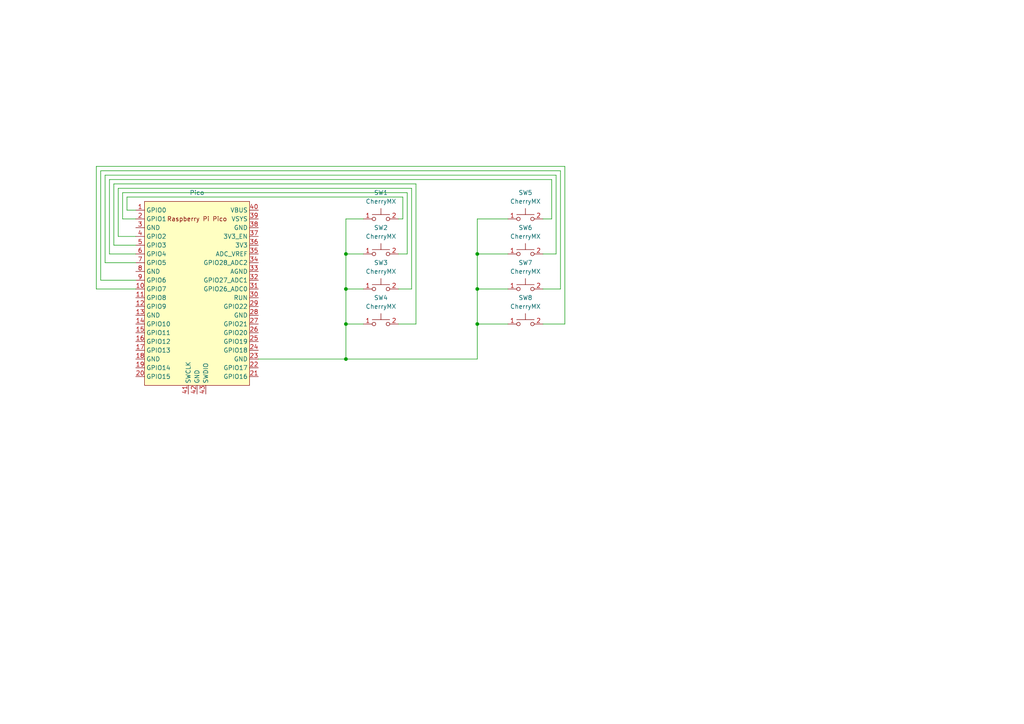
<source format=kicad_sch>
(kicad_sch (version 20230121) (generator eeschema)

  (uuid f8408049-e62b-4f10-9aec-5db8da8cf7d0)

  (paper "A4")

  (lib_symbols
    (symbol "Cherry MX:CherryMX" (pin_names (offset 0.254)) (in_bom yes) (on_board yes)
      (property "Reference" "SW" (at 2.54 3.175 0)
        (effects (font (size 1.27 1.27)))
      )
      (property "Value" "CherryMX" (at 0 -1.905 0)
        (effects (font (size 1.27 1.27)))
      )
      (property "Footprint" "" (at 0 0.635 0)
        (effects (font (size 1.27 1.27)) hide)
      )
      (property "Datasheet" "" (at 0 0.635 0)
        (effects (font (size 1.27 1.27)) hide)
      )
      (symbol "CherryMX_1_1"
        (circle (center -2.032 0) (radius 0.508)
          (stroke (width 0) (type solid))
          (fill (type none))
        )
        (polyline
          (pts
            (xy 0 1.27)
            (xy 0 3.048)
          )
          (stroke (width 0) (type solid))
          (fill (type none))
        )
        (polyline
          (pts
            (xy 2.54 1.27)
            (xy -2.54 1.27)
          )
          (stroke (width 0) (type solid))
          (fill (type none))
        )
        (circle (center 2.032 0) (radius 0.508)
          (stroke (width 0) (type solid))
          (fill (type none))
        )
        (pin passive line (at -5.08 0 0) (length 2.54)
          (name "~" (effects (font (size 1.27 1.27))))
          (number "1" (effects (font (size 1.27 1.27))))
        )
        (pin passive line (at 5.08 0 180) (length 2.54)
          (name "~" (effects (font (size 1.27 1.27))))
          (number "2" (effects (font (size 1.27 1.27))))
        )
      )
    )
    (symbol "Pi Pico:Pico" (in_bom yes) (on_board yes)
      (property "Reference" "U" (at -13.97 27.94 0)
        (effects (font (size 1.27 1.27)))
      )
      (property "Value" "Pico" (at 0 19.05 0)
        (effects (font (size 1.27 1.27)))
      )
      (property "Footprint" "RPi_Pico:RPi_Pico_SMD_TH" (at 0 0 90)
        (effects (font (size 1.27 1.27)) hide)
      )
      (property "Datasheet" "" (at 0 0 0)
        (effects (font (size 1.27 1.27)) hide)
      )
      (symbol "Pico_0_0"
        (text "Raspberry Pi Pico" (at 0 21.59 0)
          (effects (font (size 1.27 1.27)))
        )
      )
      (symbol "Pico_0_1"
        (rectangle (start -15.24 26.67) (end 15.24 -26.67)
          (stroke (width 0) (type default))
          (fill (type background))
        )
      )
      (symbol "Pico_1_1"
        (pin bidirectional line (at -17.78 24.13 0) (length 2.54)
          (name "GPIO0" (effects (font (size 1.27 1.27))))
          (number "1" (effects (font (size 1.27 1.27))))
        )
        (pin bidirectional line (at -17.78 1.27 0) (length 2.54)
          (name "GPIO7" (effects (font (size 1.27 1.27))))
          (number "10" (effects (font (size 1.27 1.27))))
        )
        (pin bidirectional line (at -17.78 -1.27 0) (length 2.54)
          (name "GPIO8" (effects (font (size 1.27 1.27))))
          (number "11" (effects (font (size 1.27 1.27))))
        )
        (pin bidirectional line (at -17.78 -3.81 0) (length 2.54)
          (name "GPIO9" (effects (font (size 1.27 1.27))))
          (number "12" (effects (font (size 1.27 1.27))))
        )
        (pin power_in line (at -17.78 -6.35 0) (length 2.54)
          (name "GND" (effects (font (size 1.27 1.27))))
          (number "13" (effects (font (size 1.27 1.27))))
        )
        (pin bidirectional line (at -17.78 -8.89 0) (length 2.54)
          (name "GPIO10" (effects (font (size 1.27 1.27))))
          (number "14" (effects (font (size 1.27 1.27))))
        )
        (pin bidirectional line (at -17.78 -11.43 0) (length 2.54)
          (name "GPIO11" (effects (font (size 1.27 1.27))))
          (number "15" (effects (font (size 1.27 1.27))))
        )
        (pin bidirectional line (at -17.78 -13.97 0) (length 2.54)
          (name "GPIO12" (effects (font (size 1.27 1.27))))
          (number "16" (effects (font (size 1.27 1.27))))
        )
        (pin bidirectional line (at -17.78 -16.51 0) (length 2.54)
          (name "GPIO13" (effects (font (size 1.27 1.27))))
          (number "17" (effects (font (size 1.27 1.27))))
        )
        (pin power_in line (at -17.78 -19.05 0) (length 2.54)
          (name "GND" (effects (font (size 1.27 1.27))))
          (number "18" (effects (font (size 1.27 1.27))))
        )
        (pin bidirectional line (at -17.78 -21.59 0) (length 2.54)
          (name "GPIO14" (effects (font (size 1.27 1.27))))
          (number "19" (effects (font (size 1.27 1.27))))
        )
        (pin bidirectional line (at -17.78 21.59 0) (length 2.54)
          (name "GPIO1" (effects (font (size 1.27 1.27))))
          (number "2" (effects (font (size 1.27 1.27))))
        )
        (pin bidirectional line (at -17.78 -24.13 0) (length 2.54)
          (name "GPIO15" (effects (font (size 1.27 1.27))))
          (number "20" (effects (font (size 1.27 1.27))))
        )
        (pin bidirectional line (at 17.78 -24.13 180) (length 2.54)
          (name "GPIO16" (effects (font (size 1.27 1.27))))
          (number "21" (effects (font (size 1.27 1.27))))
        )
        (pin bidirectional line (at 17.78 -21.59 180) (length 2.54)
          (name "GPIO17" (effects (font (size 1.27 1.27))))
          (number "22" (effects (font (size 1.27 1.27))))
        )
        (pin power_in line (at 17.78 -19.05 180) (length 2.54)
          (name "GND" (effects (font (size 1.27 1.27))))
          (number "23" (effects (font (size 1.27 1.27))))
        )
        (pin bidirectional line (at 17.78 -16.51 180) (length 2.54)
          (name "GPIO18" (effects (font (size 1.27 1.27))))
          (number "24" (effects (font (size 1.27 1.27))))
        )
        (pin bidirectional line (at 17.78 -13.97 180) (length 2.54)
          (name "GPIO19" (effects (font (size 1.27 1.27))))
          (number "25" (effects (font (size 1.27 1.27))))
        )
        (pin bidirectional line (at 17.78 -11.43 180) (length 2.54)
          (name "GPIO20" (effects (font (size 1.27 1.27))))
          (number "26" (effects (font (size 1.27 1.27))))
        )
        (pin bidirectional line (at 17.78 -8.89 180) (length 2.54)
          (name "GPIO21" (effects (font (size 1.27 1.27))))
          (number "27" (effects (font (size 1.27 1.27))))
        )
        (pin power_in line (at 17.78 -6.35 180) (length 2.54)
          (name "GND" (effects (font (size 1.27 1.27))))
          (number "28" (effects (font (size 1.27 1.27))))
        )
        (pin bidirectional line (at 17.78 -3.81 180) (length 2.54)
          (name "GPIO22" (effects (font (size 1.27 1.27))))
          (number "29" (effects (font (size 1.27 1.27))))
        )
        (pin power_in line (at -17.78 19.05 0) (length 2.54)
          (name "GND" (effects (font (size 1.27 1.27))))
          (number "3" (effects (font (size 1.27 1.27))))
        )
        (pin input line (at 17.78 -1.27 180) (length 2.54)
          (name "RUN" (effects (font (size 1.27 1.27))))
          (number "30" (effects (font (size 1.27 1.27))))
        )
        (pin bidirectional line (at 17.78 1.27 180) (length 2.54)
          (name "GPIO26_ADC0" (effects (font (size 1.27 1.27))))
          (number "31" (effects (font (size 1.27 1.27))))
        )
        (pin bidirectional line (at 17.78 3.81 180) (length 2.54)
          (name "GPIO27_ADC1" (effects (font (size 1.27 1.27))))
          (number "32" (effects (font (size 1.27 1.27))))
        )
        (pin power_in line (at 17.78 6.35 180) (length 2.54)
          (name "AGND" (effects (font (size 1.27 1.27))))
          (number "33" (effects (font (size 1.27 1.27))))
        )
        (pin bidirectional line (at 17.78 8.89 180) (length 2.54)
          (name "GPIO28_ADC2" (effects (font (size 1.27 1.27))))
          (number "34" (effects (font (size 1.27 1.27))))
        )
        (pin power_in line (at 17.78 11.43 180) (length 2.54)
          (name "ADC_VREF" (effects (font (size 1.27 1.27))))
          (number "35" (effects (font (size 1.27 1.27))))
        )
        (pin power_in line (at 17.78 13.97 180) (length 2.54)
          (name "3V3" (effects (font (size 1.27 1.27))))
          (number "36" (effects (font (size 1.27 1.27))))
        )
        (pin input line (at 17.78 16.51 180) (length 2.54)
          (name "3V3_EN" (effects (font (size 1.27 1.27))))
          (number "37" (effects (font (size 1.27 1.27))))
        )
        (pin bidirectional line (at 17.78 19.05 180) (length 2.54)
          (name "GND" (effects (font (size 1.27 1.27))))
          (number "38" (effects (font (size 1.27 1.27))))
        )
        (pin power_in line (at 17.78 21.59 180) (length 2.54)
          (name "VSYS" (effects (font (size 1.27 1.27))))
          (number "39" (effects (font (size 1.27 1.27))))
        )
        (pin bidirectional line (at -17.78 16.51 0) (length 2.54)
          (name "GPIO2" (effects (font (size 1.27 1.27))))
          (number "4" (effects (font (size 1.27 1.27))))
        )
        (pin power_in line (at 17.78 24.13 180) (length 2.54)
          (name "VBUS" (effects (font (size 1.27 1.27))))
          (number "40" (effects (font (size 1.27 1.27))))
        )
        (pin input line (at -2.54 -29.21 90) (length 2.54)
          (name "SWCLK" (effects (font (size 1.27 1.27))))
          (number "41" (effects (font (size 1.27 1.27))))
        )
        (pin power_in line (at 0 -29.21 90) (length 2.54)
          (name "GND" (effects (font (size 1.27 1.27))))
          (number "42" (effects (font (size 1.27 1.27))))
        )
        (pin bidirectional line (at 2.54 -29.21 90) (length 2.54)
          (name "SWDIO" (effects (font (size 1.27 1.27))))
          (number "43" (effects (font (size 1.27 1.27))))
        )
        (pin bidirectional line (at -17.78 13.97 0) (length 2.54)
          (name "GPIO3" (effects (font (size 1.27 1.27))))
          (number "5" (effects (font (size 1.27 1.27))))
        )
        (pin bidirectional line (at -17.78 11.43 0) (length 2.54)
          (name "GPIO4" (effects (font (size 1.27 1.27))))
          (number "6" (effects (font (size 1.27 1.27))))
        )
        (pin bidirectional line (at -17.78 8.89 0) (length 2.54)
          (name "GPIO5" (effects (font (size 1.27 1.27))))
          (number "7" (effects (font (size 1.27 1.27))))
        )
        (pin power_in line (at -17.78 6.35 0) (length 2.54)
          (name "GND" (effects (font (size 1.27 1.27))))
          (number "8" (effects (font (size 1.27 1.27))))
        )
        (pin bidirectional line (at -17.78 3.81 0) (length 2.54)
          (name "GPIO6" (effects (font (size 1.27 1.27))))
          (number "9" (effects (font (size 1.27 1.27))))
        )
      )
    )
  )

  (junction (at 100.33 83.82) (diameter 0) (color 0 0 0 0)
    (uuid 39053eb4-5d39-431f-8c0c-c9493fffa8a4)
  )
  (junction (at 138.43 93.98) (diameter 0) (color 0 0 0 0)
    (uuid 5aff0afc-1431-49a8-9748-c2baaedac06a)
  )
  (junction (at 138.43 73.66) (diameter 0) (color 0 0 0 0)
    (uuid 731d824f-3fc1-47ff-aa16-451b9afcfe5b)
  )
  (junction (at 100.33 104.14) (diameter 0) (color 0 0 0 0)
    (uuid 8bdd4995-9dd2-4293-8763-be0d8ecbc95d)
  )
  (junction (at 100.33 93.98) (diameter 0) (color 0 0 0 0)
    (uuid a1c27f63-9465-4b06-bc76-e037e994badb)
  )
  (junction (at 138.43 83.82) (diameter 0) (color 0 0 0 0)
    (uuid adeb2bc0-3ff3-42cf-8501-6145b8f16154)
  )
  (junction (at 100.33 73.66) (diameter 0) (color 0 0 0 0)
    (uuid d3e532f5-8d64-40f4-9bd4-32c5e57ff12e)
  )

  (wire (pts (xy 119.38 54.61) (xy 34.29 54.61))
    (stroke (width 0) (type default))
    (uuid 01cb08e4-6c97-4bd3-91a2-1155cf00f82a)
  )
  (wire (pts (xy 100.33 83.82) (xy 105.41 83.82))
    (stroke (width 0) (type default))
    (uuid 0fa66f17-4932-464f-b753-27d644a47161)
  )
  (wire (pts (xy 116.84 63.5) (xy 116.84 57.15))
    (stroke (width 0) (type default))
    (uuid 11445a69-1b0d-4395-b4bd-7f44d8e9f1a0)
  )
  (wire (pts (xy 105.41 63.5) (xy 100.33 63.5))
    (stroke (width 0) (type default))
    (uuid 11e60553-b411-4938-bdab-240dff9e6025)
  )
  (wire (pts (xy 100.33 93.98) (xy 100.33 104.14))
    (stroke (width 0) (type default))
    (uuid 197c3881-c0ae-40e4-ae1f-26d6c02aac46)
  )
  (wire (pts (xy 100.33 104.14) (xy 138.43 104.14))
    (stroke (width 0) (type default))
    (uuid 1bcbb4d8-6cac-4b98-bff3-adf896fc3d4a)
  )
  (wire (pts (xy 100.33 63.5) (xy 100.33 73.66))
    (stroke (width 0) (type default))
    (uuid 1e360a29-ab97-453c-b9a6-4f46ff2ff1ca)
  )
  (wire (pts (xy 27.94 48.26) (xy 163.83 48.26))
    (stroke (width 0) (type default))
    (uuid 2899b58f-391e-4f57-9144-546deed4cb06)
  )
  (wire (pts (xy 138.43 104.14) (xy 138.43 93.98))
    (stroke (width 0) (type default))
    (uuid 2f78b261-6ee8-4cb7-b1b5-c66da1df9df7)
  )
  (wire (pts (xy 31.75 52.07) (xy 31.75 73.66))
    (stroke (width 0) (type default))
    (uuid 2f7acde9-35e0-47ab-9f2f-57ae29a529ce)
  )
  (wire (pts (xy 35.56 63.5) (xy 39.37 63.5))
    (stroke (width 0) (type default))
    (uuid 2ffdf334-886d-4843-9802-2cc891226929)
  )
  (wire (pts (xy 36.83 60.96) (xy 39.37 60.96))
    (stroke (width 0) (type default))
    (uuid 400fb9c0-8faa-4e5c-91f5-fd1ce00878bf)
  )
  (wire (pts (xy 36.83 57.15) (xy 36.83 60.96))
    (stroke (width 0) (type default))
    (uuid 413272df-df41-49af-8c82-42a8f5d96c8c)
  )
  (wire (pts (xy 162.56 83.82) (xy 162.56 49.53))
    (stroke (width 0) (type default))
    (uuid 432371b1-0beb-4c2b-b4cd-56076de6e3cb)
  )
  (wire (pts (xy 115.57 83.82) (xy 119.38 83.82))
    (stroke (width 0) (type default))
    (uuid 451c9e3e-5ec7-4e28-9162-ed8ed4f1b8b9)
  )
  (wire (pts (xy 163.83 93.98) (xy 157.48 93.98))
    (stroke (width 0) (type default))
    (uuid 455de099-f569-4915-bf5d-75b138b472d2)
  )
  (wire (pts (xy 29.21 81.28) (xy 39.37 81.28))
    (stroke (width 0) (type default))
    (uuid 4cf43fcb-3eeb-4c4a-9d85-b3eee400f077)
  )
  (wire (pts (xy 160.02 63.5) (xy 160.02 52.07))
    (stroke (width 0) (type default))
    (uuid 5007779e-ec4a-4dbf-92dc-48a5063dbbbe)
  )
  (wire (pts (xy 34.29 68.58) (xy 39.37 68.58))
    (stroke (width 0) (type default))
    (uuid 587a568a-458b-4c13-936e-7271063dee3a)
  )
  (wire (pts (xy 100.33 93.98) (xy 105.41 93.98))
    (stroke (width 0) (type default))
    (uuid 589c04aa-83c7-4c8b-a3cf-fa033516b546)
  )
  (wire (pts (xy 27.94 83.82) (xy 27.94 48.26))
    (stroke (width 0) (type default))
    (uuid 5be50f5f-dcd6-46ae-9ff2-0ca8e54cda49)
  )
  (wire (pts (xy 119.38 83.82) (xy 119.38 54.61))
    (stroke (width 0) (type default))
    (uuid 6347892e-7d2a-431a-aa57-7fc7e04ad027)
  )
  (wire (pts (xy 120.65 53.34) (xy 33.02 53.34))
    (stroke (width 0) (type default))
    (uuid 747490e6-8457-4f30-8a0a-7ec8e74e480f)
  )
  (wire (pts (xy 120.65 93.98) (xy 120.65 53.34))
    (stroke (width 0) (type default))
    (uuid 7990ac95-3a96-4f8f-81bb-c1bd5ab127e4)
  )
  (wire (pts (xy 34.29 54.61) (xy 34.29 68.58))
    (stroke (width 0) (type default))
    (uuid 7cf19cca-cbba-46d9-be53-cad18bb9e3ab)
  )
  (wire (pts (xy 31.75 73.66) (xy 39.37 73.66))
    (stroke (width 0) (type default))
    (uuid 7d8aa278-7449-45d2-9986-4a8a0d117571)
  )
  (wire (pts (xy 160.02 52.07) (xy 31.75 52.07))
    (stroke (width 0) (type default))
    (uuid 8382795b-60f4-4d42-b626-7b8b84b785b0)
  )
  (wire (pts (xy 138.43 63.5) (xy 147.32 63.5))
    (stroke (width 0) (type default))
    (uuid 86bb8900-9095-404f-98a4-c4c56f4648f3)
  )
  (wire (pts (xy 30.48 76.2) (xy 39.37 76.2))
    (stroke (width 0) (type default))
    (uuid 8b0e4cba-a084-42c4-b087-a864599e3410)
  )
  (wire (pts (xy 100.33 83.82) (xy 100.33 93.98))
    (stroke (width 0) (type default))
    (uuid 93bec6a9-d6be-401b-bc61-eabc6d304b8e)
  )
  (wire (pts (xy 163.83 48.26) (xy 163.83 93.98))
    (stroke (width 0) (type default))
    (uuid 99e5173d-1d41-4252-9b88-d19522653afa)
  )
  (wire (pts (xy 74.93 104.14) (xy 100.33 104.14))
    (stroke (width 0) (type default))
    (uuid a45c8540-4f84-4788-badb-777f5f44569e)
  )
  (wire (pts (xy 157.48 83.82) (xy 162.56 83.82))
    (stroke (width 0) (type default))
    (uuid a564c7b9-a868-4341-ad34-a9feef029b6e)
  )
  (wire (pts (xy 115.57 73.66) (xy 118.11 73.66))
    (stroke (width 0) (type default))
    (uuid ac32104d-0cb5-4b7b-8927-04caf892d9f1)
  )
  (wire (pts (xy 39.37 83.82) (xy 27.94 83.82))
    (stroke (width 0) (type default))
    (uuid ae245310-58ca-4bc0-a4ed-a47e2785923e)
  )
  (wire (pts (xy 35.56 55.88) (xy 35.56 63.5))
    (stroke (width 0) (type default))
    (uuid b0990ac6-be46-4fa8-b922-a0cfdbd4f85f)
  )
  (wire (pts (xy 100.33 73.66) (xy 105.41 73.66))
    (stroke (width 0) (type default))
    (uuid b3098e34-00c3-432a-9f23-026b77087b9f)
  )
  (wire (pts (xy 138.43 73.66) (xy 147.32 73.66))
    (stroke (width 0) (type default))
    (uuid b6af5587-cb7e-4af3-aeb5-d1294fca5214)
  )
  (wire (pts (xy 118.11 55.88) (xy 118.11 73.66))
    (stroke (width 0) (type default))
    (uuid b7184fbb-7ac5-4d08-8663-454cf12ff92c)
  )
  (wire (pts (xy 100.33 73.66) (xy 100.33 83.82))
    (stroke (width 0) (type default))
    (uuid b84209f3-8ce9-4adb-a18b-ff290bb686a2)
  )
  (wire (pts (xy 115.57 63.5) (xy 116.84 63.5))
    (stroke (width 0) (type default))
    (uuid b8ed98fc-f6fe-461e-9ebf-088a942f8684)
  )
  (wire (pts (xy 138.43 93.98) (xy 147.32 93.98))
    (stroke (width 0) (type default))
    (uuid bae3c1d8-f396-4ad7-8c35-f84f606600b0)
  )
  (wire (pts (xy 157.48 73.66) (xy 161.29 73.66))
    (stroke (width 0) (type default))
    (uuid bfa0094f-0f23-4a29-b5ac-afe26b155d6d)
  )
  (wire (pts (xy 33.02 71.12) (xy 39.37 71.12))
    (stroke (width 0) (type default))
    (uuid c1bc0492-068c-44e9-9d2b-f41572454845)
  )
  (wire (pts (xy 161.29 73.66) (xy 161.29 50.8))
    (stroke (width 0) (type default))
    (uuid c3e9e206-11b3-4cc7-8a8a-d55e17ae8abe)
  )
  (wire (pts (xy 138.43 83.82) (xy 138.43 73.66))
    (stroke (width 0) (type default))
    (uuid c8cd32fa-f39e-46b0-9faf-af96a8e076d0)
  )
  (wire (pts (xy 138.43 73.66) (xy 138.43 63.5))
    (stroke (width 0) (type default))
    (uuid ca0fc7ca-9801-4dfa-a34c-1e2000693ed1)
  )
  (wire (pts (xy 161.29 50.8) (xy 30.48 50.8))
    (stroke (width 0) (type default))
    (uuid ca4f9d45-b67f-465f-9e70-c6425426ea56)
  )
  (wire (pts (xy 33.02 53.34) (xy 33.02 71.12))
    (stroke (width 0) (type default))
    (uuid cd854a1f-c534-4497-970b-9a8945d88934)
  )
  (wire (pts (xy 116.84 57.15) (xy 36.83 57.15))
    (stroke (width 0) (type default))
    (uuid d24e03ce-27a6-45a7-8f14-5eb6c853d125)
  )
  (wire (pts (xy 115.57 93.98) (xy 120.65 93.98))
    (stroke (width 0) (type default))
    (uuid d84beb9a-f71e-4fb6-9f41-a2eb3e200769)
  )
  (wire (pts (xy 30.48 50.8) (xy 30.48 76.2))
    (stroke (width 0) (type default))
    (uuid deed5992-057f-4e51-85d9-4144069bdd30)
  )
  (wire (pts (xy 138.43 83.82) (xy 147.32 83.82))
    (stroke (width 0) (type default))
    (uuid e2b22c76-7a03-45b9-b269-f247b3bbb8c1)
  )
  (wire (pts (xy 118.11 55.88) (xy 35.56 55.88))
    (stroke (width 0) (type default))
    (uuid e8237fef-597f-49c1-92a5-8e7289f94908)
  )
  (wire (pts (xy 162.56 49.53) (xy 29.21 49.53))
    (stroke (width 0) (type default))
    (uuid f0ffdcdf-efb8-4ba5-bc74-a8a810edc065)
  )
  (wire (pts (xy 157.48 63.5) (xy 160.02 63.5))
    (stroke (width 0) (type default))
    (uuid fc243d54-5f0e-40cb-86b9-1029b05bd549)
  )
  (wire (pts (xy 138.43 93.98) (xy 138.43 83.82))
    (stroke (width 0) (type default))
    (uuid fd16656b-1d20-4473-841d-e242f0699a73)
  )
  (wire (pts (xy 29.21 49.53) (xy 29.21 81.28))
    (stroke (width 0) (type default))
    (uuid fe14de23-ec48-4c30-9807-5f048229e83f)
  )

  (symbol (lib_id "Cherry MX:CherryMX") (at 152.4 83.82 0) (unit 1)
    (in_bom yes) (on_board yes) (dnp no) (fields_autoplaced)
    (uuid 145b81ae-5418-4117-8d7f-38840fa7663c)
    (property "Reference" "SW7" (at 152.4 76.2 0)
      (effects (font (size 1.27 1.27)))
    )
    (property "Value" "CherryMX" (at 152.4 78.74 0)
      (effects (font (size 1.27 1.27)))
    )
    (property "Footprint" "PCM_Switch_Keyboard_Cherry_MX:SW_Cherry_MX_PCB" (at 152.4 83.185 0)
      (effects (font (size 1.27 1.27)) hide)
    )
    (property "Datasheet" "" (at 152.4 83.185 0)
      (effects (font (size 1.27 1.27)) hide)
    )
    (pin "1" (uuid 6572c120-4d2a-4d20-9cc0-728050f36529))
    (pin "2" (uuid c6de26cc-b7bd-4566-9578-47f836ddd431))
    (instances
      (project "Pico-Powered Keyboard"
        (path "/f8408049-e62b-4f10-9aec-5db8da8cf7d0"
          (reference "SW7") (unit 1)
        )
      )
    )
  )

  (symbol (lib_id "Cherry MX:CherryMX") (at 152.4 63.5 0) (unit 1)
    (in_bom yes) (on_board yes) (dnp no) (fields_autoplaced)
    (uuid 27c86224-87c3-4e04-9828-17e648eb7e42)
    (property "Reference" "SW5" (at 152.4 55.88 0)
      (effects (font (size 1.27 1.27)))
    )
    (property "Value" "CherryMX" (at 152.4 58.42 0)
      (effects (font (size 1.27 1.27)))
    )
    (property "Footprint" "PCM_Switch_Keyboard_Cherry_MX:SW_Cherry_MX_PCB" (at 152.4 62.865 0)
      (effects (font (size 1.27 1.27)) hide)
    )
    (property "Datasheet" "" (at 152.4 62.865 0)
      (effects (font (size 1.27 1.27)) hide)
    )
    (pin "1" (uuid aff68cce-1cc0-482c-8701-2184778c4d68))
    (pin "2" (uuid c0840a26-fe16-43c4-a054-5c9bf5a94c3c))
    (instances
      (project "Pico-Powered Keyboard"
        (path "/f8408049-e62b-4f10-9aec-5db8da8cf7d0"
          (reference "SW5") (unit 1)
        )
      )
    )
  )

  (symbol (lib_id "Cherry MX:CherryMX") (at 110.49 73.66 0) (unit 1)
    (in_bom yes) (on_board yes) (dnp no) (fields_autoplaced)
    (uuid 28ec30ce-8d5b-494e-92b3-b02e152feffe)
    (property "Reference" "SW2" (at 110.49 66.04 0)
      (effects (font (size 1.27 1.27)))
    )
    (property "Value" "CherryMX" (at 110.49 68.58 0)
      (effects (font (size 1.27 1.27)))
    )
    (property "Footprint" "PCM_Switch_Keyboard_Cherry_MX:SW_Cherry_MX_PCB" (at 110.49 73.025 0)
      (effects (font (size 1.27 1.27)) hide)
    )
    (property "Datasheet" "" (at 110.49 73.025 0)
      (effects (font (size 1.27 1.27)) hide)
    )
    (pin "1" (uuid 1719e46f-6507-4319-83d6-5c25b49ada39))
    (pin "2" (uuid 810876d0-68de-47de-8591-c3e1e6c929a8))
    (instances
      (project "Pico-Powered Keyboard"
        (path "/f8408049-e62b-4f10-9aec-5db8da8cf7d0"
          (reference "SW2") (unit 1)
        )
      )
    )
  )

  (symbol (lib_id "Cherry MX:CherryMX") (at 110.49 83.82 0) (unit 1)
    (in_bom yes) (on_board yes) (dnp no) (fields_autoplaced)
    (uuid 4aadb42e-a3d0-403e-b80d-7861007b573b)
    (property "Reference" "SW3" (at 110.49 76.2 0)
      (effects (font (size 1.27 1.27)))
    )
    (property "Value" "CherryMX" (at 110.49 78.74 0)
      (effects (font (size 1.27 1.27)))
    )
    (property "Footprint" "PCM_Switch_Keyboard_Cherry_MX:SW_Cherry_MX_PCB" (at 110.49 83.185 0)
      (effects (font (size 1.27 1.27)) hide)
    )
    (property "Datasheet" "" (at 110.49 83.185 0)
      (effects (font (size 1.27 1.27)) hide)
    )
    (pin "1" (uuid d5c2dc7a-865f-419c-8d61-0dfc6a60f412))
    (pin "2" (uuid 90bc4363-b2e1-4e9a-86cb-35691a65b32f))
    (instances
      (project "Pico-Powered Keyboard"
        (path "/f8408049-e62b-4f10-9aec-5db8da8cf7d0"
          (reference "SW3") (unit 1)
        )
      )
    )
  )

  (symbol (lib_id "Cherry MX:CherryMX") (at 152.4 93.98 0) (unit 1)
    (in_bom yes) (on_board yes) (dnp no) (fields_autoplaced)
    (uuid 5916601a-900b-46c7-9530-b355eb150700)
    (property "Reference" "SW8" (at 152.4 86.36 0)
      (effects (font (size 1.27 1.27)))
    )
    (property "Value" "CherryMX" (at 152.4 88.9 0)
      (effects (font (size 1.27 1.27)))
    )
    (property "Footprint" "PCM_Switch_Keyboard_Cherry_MX:SW_Cherry_MX_PCB" (at 152.4 93.345 0)
      (effects (font (size 1.27 1.27)) hide)
    )
    (property "Datasheet" "" (at 152.4 93.345 0)
      (effects (font (size 1.27 1.27)) hide)
    )
    (pin "1" (uuid 87d5ec3a-102b-4d17-9d7c-e2df2aab0edf))
    (pin "2" (uuid 3a39e950-d28b-4402-a222-70591eda36d5))
    (instances
      (project "Pico-Powered Keyboard"
        (path "/f8408049-e62b-4f10-9aec-5db8da8cf7d0"
          (reference "SW8") (unit 1)
        )
      )
    )
  )

  (symbol (lib_id "Pi Pico:Pico") (at 57.15 85.09 0) (unit 1)
    (in_bom yes) (on_board yes) (dnp no) (fields_autoplaced)
    (uuid 5df64ee6-1ebf-4f38-b47b-3971241887f7)
    (property "Reference" "U2" (at 57.15 53.34 0)
      (effects (font (size 1.27 1.27)) hide)
    )
    (property "Value" "Pico" (at 57.15 55.88 0)
      (effects (font (size 1.27 1.27)))
    )
    (property "Footprint" "MCU_RaspberryPi_and_Boards:RPi_Pico_SMD_TH" (at 57.15 85.09 90)
      (effects (font (size 1.27 1.27)) hide)
    )
    (property "Datasheet" "" (at 57.15 85.09 0)
      (effects (font (size 1.27 1.27)) hide)
    )
    (pin "1" (uuid 65861d18-a717-4029-a752-3a9001f0e154))
    (pin "10" (uuid 65d7f551-2b4a-49dd-8e37-4159a5aa0f23))
    (pin "11" (uuid b4aa5f55-d4e7-4ba3-a56f-cf73675c5318))
    (pin "12" (uuid c2d5b243-2dc0-4164-9778-52fc7b7f24eb))
    (pin "13" (uuid 7230a0f5-0754-4f4a-9457-fa06a664153e))
    (pin "14" (uuid 92445d8f-50ba-44e0-b1fb-13596d57d1ad))
    (pin "15" (uuid 51905e6c-6b75-43ec-9a8c-e0b43290d53d))
    (pin "16" (uuid a67568ff-a516-48ab-b5e5-545a533ae156))
    (pin "17" (uuid 88742076-18a5-4a35-8c71-c658e3b81415))
    (pin "18" (uuid 78f31273-e3ae-47ea-a352-301fb23363e3))
    (pin "19" (uuid cd03e9f1-7b90-4dc2-9247-a3b4aee15b17))
    (pin "2" (uuid ad9d9dfe-332c-4a13-befb-30769feab296))
    (pin "20" (uuid adfabe35-d004-4daf-87b6-4ee9c7bdd849))
    (pin "21" (uuid 6eab23de-759f-4b9d-8cab-146f5863738b))
    (pin "22" (uuid db2a0c7a-262d-41db-8cc7-39d5f6a21c6f))
    (pin "23" (uuid 096bdcc1-224b-4a9f-89dd-68372d325853))
    (pin "24" (uuid 6ec2de90-21d2-4e94-83e9-9cf51af8f633))
    (pin "25" (uuid df06fbfc-6b89-4c35-b2e2-f89f3678e666))
    (pin "26" (uuid 5a0baae0-7d5e-44c5-86c8-f14b5dcc59f0))
    (pin "27" (uuid b2dcdbda-04d4-4827-b0ae-efc9176b7b24))
    (pin "28" (uuid 50e89a00-70c3-4455-a813-d0b073b546fb))
    (pin "29" (uuid 842a11cb-cd35-436b-96a8-c6674d6f3a4b))
    (pin "3" (uuid b5bf9e24-577d-4c58-930c-65efeb73b1fa))
    (pin "30" (uuid 7ec20165-1377-4264-9ef9-37d07e0a5fce))
    (pin "31" (uuid 606a1ea6-0e32-480f-b6d7-44d4bb955692))
    (pin "32" (uuid 9c95c141-04fb-4f16-9d7a-8dbfec2320e3))
    (pin "33" (uuid 35d55ad3-2ce0-4848-bb1c-0b141ce11fab))
    (pin "34" (uuid 0efadc6a-99ed-49f8-9015-d540c4f181c6))
    (pin "35" (uuid 9256b053-6543-43ac-abb2-68214d23e3ec))
    (pin "36" (uuid 9b975ab0-9837-4eba-b176-00a32e65412c))
    (pin "37" (uuid f9a0208e-202b-4052-bc37-4a885350c67d))
    (pin "38" (uuid 24897c3f-e852-4fae-b54e-31256e69da3a))
    (pin "39" (uuid a416c21b-0186-49e5-baee-9b8ae4f1a3df))
    (pin "4" (uuid 08c13d15-386e-42ed-8275-cefc3622e8c2))
    (pin "40" (uuid b018782e-774b-499f-b734-93ab9eb160d1))
    (pin "41" (uuid b0c82b81-39d0-4404-ac18-98611873b694))
    (pin "42" (uuid 64ad77a4-bf36-4ec6-9000-6a1edacccb5f))
    (pin "43" (uuid 19ff668c-e562-4e7f-a295-cabb6d97c8f0))
    (pin "5" (uuid 76ad45d9-791a-40c1-ba6e-040b1595dce0))
    (pin "6" (uuid 51c6652c-28e1-4dd6-aea4-13da118ece32))
    (pin "7" (uuid 87b4f81c-beaf-4dfe-a475-28daf05e8661))
    (pin "8" (uuid d0994055-9795-44b2-969b-3a3561a1fe7c))
    (pin "9" (uuid 66399300-cbe6-4ca4-a0fd-dbecfd63302a))
    (instances
      (project "Pico-Powered Keyboard"
        (path "/f8408049-e62b-4f10-9aec-5db8da8cf7d0"
          (reference "U2") (unit 1)
        )
      )
    )
  )

  (symbol (lib_id "Cherry MX:CherryMX") (at 152.4 73.66 0) (unit 1)
    (in_bom yes) (on_board yes) (dnp no) (fields_autoplaced)
    (uuid 7760d911-3bd7-40f8-a384-686caee9e622)
    (property "Reference" "SW6" (at 152.4 66.04 0)
      (effects (font (size 1.27 1.27)))
    )
    (property "Value" "CherryMX" (at 152.4 68.58 0)
      (effects (font (size 1.27 1.27)))
    )
    (property "Footprint" "PCM_Switch_Keyboard_Cherry_MX:SW_Cherry_MX_PCB" (at 152.4 73.025 0)
      (effects (font (size 1.27 1.27)) hide)
    )
    (property "Datasheet" "" (at 152.4 73.025 0)
      (effects (font (size 1.27 1.27)) hide)
    )
    (pin "1" (uuid 398dc49a-41b9-4311-9cdb-8906edf3ac9e))
    (pin "2" (uuid 632278d6-d938-4d60-8594-ab3e2c5c335e))
    (instances
      (project "Pico-Powered Keyboard"
        (path "/f8408049-e62b-4f10-9aec-5db8da8cf7d0"
          (reference "SW6") (unit 1)
        )
      )
    )
  )

  (symbol (lib_id "Cherry MX:CherryMX") (at 110.49 93.98 0) (unit 1)
    (in_bom yes) (on_board yes) (dnp no) (fields_autoplaced)
    (uuid c0461239-3ffe-4c9f-ac40-8ee5c5c7d365)
    (property "Reference" "SW4" (at 110.49 86.36 0)
      (effects (font (size 1.27 1.27)))
    )
    (property "Value" "CherryMX" (at 110.49 88.9 0)
      (effects (font (size 1.27 1.27)))
    )
    (property "Footprint" "PCM_Switch_Keyboard_Cherry_MX:SW_Cherry_MX_PCB" (at 110.49 93.345 0)
      (effects (font (size 1.27 1.27)) hide)
    )
    (property "Datasheet" "" (at 110.49 93.345 0)
      (effects (font (size 1.27 1.27)) hide)
    )
    (pin "1" (uuid af1a0d9e-c8cd-4a25-b55c-164461600842))
    (pin "2" (uuid 104e93da-e08c-499c-b4da-6b5f3be998c0))
    (instances
      (project "Pico-Powered Keyboard"
        (path "/f8408049-e62b-4f10-9aec-5db8da8cf7d0"
          (reference "SW4") (unit 1)
        )
      )
    )
  )

  (symbol (lib_id "Cherry MX:CherryMX") (at 110.49 63.5 0) (unit 1)
    (in_bom yes) (on_board yes) (dnp no) (fields_autoplaced)
    (uuid c8f4d8a5-8078-44cf-9ea2-f64981d7c729)
    (property "Reference" "SW1" (at 110.49 55.88 0)
      (effects (font (size 1.27 1.27)))
    )
    (property "Value" "CherryMX" (at 110.49 58.42 0)
      (effects (font (size 1.27 1.27)))
    )
    (property "Footprint" "PCM_Switch_Keyboard_Cherry_MX:SW_Cherry_MX_PCB" (at 110.49 62.865 0)
      (effects (font (size 1.27 1.27)) hide)
    )
    (property "Datasheet" "" (at 110.49 62.865 0)
      (effects (font (size 1.27 1.27)) hide)
    )
    (pin "1" (uuid 21a9f6d3-4826-471f-b85f-e913427798c0))
    (pin "2" (uuid 50ccdba7-5da2-4a05-8cc7-0a89853c67d8))
    (instances
      (project "Pico-Powered Keyboard"
        (path "/f8408049-e62b-4f10-9aec-5db8da8cf7d0"
          (reference "SW1") (unit 1)
        )
      )
    )
  )

  (sheet_instances
    (path "/" (page "1"))
  )
)

</source>
